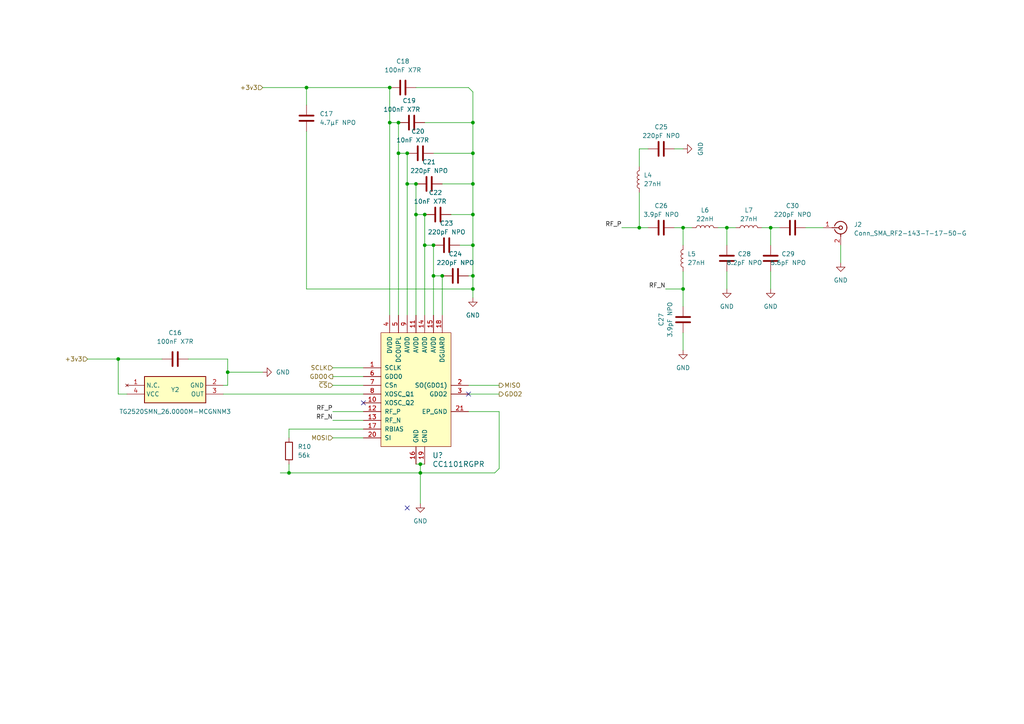
<source format=kicad_sch>
(kicad_sch (version 20230121) (generator eeschema)
  (paper "A4")
  (lib_symbols
    (symbol "Device:C" (pin_numbers hide) (pin_names (offset 0.254))
      (property "Reference" "C" (at 0.635 2.54 0))
      (property "Value" "C" (at 0.635 -2.54 0))
      (symbol "C_0_1"
        (polyline (pts (xy -2.032 -0.762) (xy 2.032 -0.762)) (stroke (width 0.508)))
        (polyline (pts (xy -2.032 0.762) (xy 2.032 0.762)) (stroke (width 0.508)))
      )
      (symbol "C_1_1"
        (pin passive line (at 0 3.81 270) (length 2.794) (name "~") (number "1"))
        (pin passive line (at 0 -3.81 90) (length 2.794) (name "~") (number "2"))
      )
    )
    (symbol "Device:L" (pin_numbers hide) (pin_names (offset 1.016) hide)
      (property "Reference" "L" (at -1.27 0 90))
      (property "Value" "L" (at 1.905 0 90))
      (symbol "L_0_1"
        (arc (start 0 -2.54) (mid 0.6323 -1.905) (end 0 -1.27))
        (arc (start 0 -1.27) (mid 0.6323 -0.635) (end 0 0))
        (arc (start 0 0) (mid 0.6323 0.635) (end 0 1.27))
        (arc (start 0 1.27) (mid 0.6323 1.905) (end 0 2.54))
      )
      (symbol "L_1_1"
        (pin passive line (at 0 3.81 270) (length 1.27) (name "1") (number "1"))
        (pin passive line (at 0 -3.81 90) (length 1.27) (name "2") (number "2"))
      )
    )
    (symbol "Device:R" (pin_numbers hide) (pin_names (offset 0))
      (property "Reference" "R" (at 2.032 0 90))
      (property "Value" "R" (at 0 0 90))
      (symbol "R_0_1"
        (rectangle (start -1.016 -2.54) (end 1.016 2.54) (stroke (width 0.254)))
      )
      (symbol "R_1_1"
        (pin passive line (at 0 3.81 270) (length 1.27) (name "~") (number "1"))
        (pin passive line (at 0 -3.81 90) (length 1.27) (name "~") (number "2"))
      )
    )
    (symbol "Downloads:Conn_SMA_RF2-143-T-17-50-G" (pin_names hide)
      (property "Reference" "J" (at 20.32 0 0))
      (property "Value" "Conn_SMA_RF2-143-T-17-50-G" (at 20.32 -2.54 0))
      (symbol "Conn_SMA_RF2-143-T-17-50-G_1_1"
        (polyline (pts (xy 2.54 0) (xy 4.572 0)) (stroke (width 0.254)))
        (polyline (pts (xy 5.08 -2.54) (xy 5.08 -1.778)) (stroke (width 0.254)))
        (arc (start 3.302 -0.508) (mid 5.302 -1.808) (end 6.858 0) (stroke (width 0.254)))
        (circle (center 5.08 0) (radius 0.508) (stroke (width 0.254)))
        (arc (start 6.858 0) (mid 5.302 1.8083) (end 3.302 0.508) (stroke (width 0.254)))
        (pin passive line (at 0 0 0) (length 2.54) (name "1") (number "1"))
        (pin passive line (at 5.08 -5.08 90) (length 2.54) (name "2") (number "2"))
      )
    )
    (symbol "Downloads:TG2520SMN_26.0000M-MCGNNM3"
      (property "Reference" "Y" (at 24.13 7.62 0))
      (property "Value" "TG2520SMN_26.0000M-MCGNNM3" (at 24.13 5.08 0))
      (symbol "TG2520SMN_26.0000M-MCGNNM3_1_1"
        (rectangle (start 5.08 2.54) (end 22.86 -5.08) (stroke (width 0.254)) (fill (type background)))
        (pin no_connect line (at 0 -2.54 0) (length 5.08) (name "N.C.") (number "1"))
        (pin passive line (at 27.94 -2.54 180) (length 5.08) (name "GND") (number "2"))
        (pin passive line (at 27.94 0 180) (length 5.08) (name "OUT") (number "3"))
        (pin passive line (at 0 0 0) (length 5.08) (name "VCC") (number "4"))
      )
    )
    (symbol "dk_RF-Transceiver-ICs:CC1101RGPR" (pin_names (offset 1.016))
      (property "Reference" "U" (at -12.7 11.43 0))
      (property "Value" "CC1101RGPR" (at 15.24 -27.94 0))
      (symbol "CC1101RGPR_0_1"
        (rectangle (start -10.16 12.7) (end 10.16 -20.32) (fill (type background)))
      )
      (symbol "CC1101RGPR_1_1"
        (pin input line (at -15.24 2.54 0) (length 5.08) (name "SCLK") (number "1"))
        (pin bidirectional line (at -15.24 -7.62 0) (length 5.08) (name "XOSC_Q2") (number "10"))
        (pin power_in line (at 0 17.78 270) (length 5.08) (name "AVDD") (number "11"))
        (pin bidirectional line (at -15.24 -10.16 0) (length 5.08) (name "RF_P") (number "12"))
        (pin bidirectional line (at -15.24 -12.7 0) (length 5.08) (name "RF_N") (number "13"))
        (pin power_in line (at 2.54 17.78 270) (length 5.08) (name "AVDD") (number "14"))
        (pin power_in line (at 5.08 17.78 270) (length 5.08) (name "AVDD") (number "15"))
        (pin power_in line (at 0 -25.4 90) (length 5.08) (name "GND") (number "16"))
        (pin bidirectional line (at -15.24 -15.24 0) (length 5.08) (name "RBIAS") (number "17"))
        (pin power_in line (at 7.62 17.78 270) (length 5.08) (name "DGUARD") (number "18"))
        (pin power_in line (at 2.54 -25.4 90) (length 5.08) (name "GND") (number "19"))
        (pin output line (at 15.24 -2.54 180) (length 5.08) (name "SO(GDO1)") (number "2"))
        (pin input line (at -15.24 -17.78 0) (length 5.08) (name "SI") (number "20"))
        (pin power_in line (at 15.24 -10.16 180) (length 5.08) (name "EP_GND") (number "21"))
        (pin output line (at 15.24 -5.08 180) (length 5.08) (name "GDO2") (number "3"))
        (pin power_in line (at -7.62 17.78 270) (length 5.08) (name "DVDD") (number "4"))
        (pin power_in line (at -5.08 17.78 270) (length 5.08) (name "DCOUPL") (number "5"))
        (pin bidirectional line (at -15.24 0 0) (length 5.08) (name "GDO0") (number "6"))
        (pin input line (at -15.24 -2.54 0) (length 5.08) (name "CSn") (number "7"))
        (pin bidirectional line (at -15.24 -5.08 0) (length 5.08) (name "XOSC_Q1") (number "8"))
        (pin power_in line (at -2.54 17.78 270) (length 5.08) (name "AVDD") (number "9"))
      )
    )
    (symbol "power:GND" (power) (pin_names (offset 0))
      (property "Value" "GND" (at 0 -3.81 0))
      (symbol "GND_0_1"
        (polyline (pts (xy 0 0) (xy 0 -1.27) (xy 1.27 -1.27) (xy 0 -2.54) (xy -1.27 -1.27) (xy 0 -1.27)))
      )
      (symbol "GND_1_1"
        (pin power_in line (at 0 0 270) (length 0) hide (name "GND") (number "1"))
      )
    )
  )
  (junction (at 121.92 134.62))
  (junction (at 34.29 104.14))
  (junction (at 198.12 83.82))
  (junction (at 118.11 44.45))
  (junction (at 137.16 53.34))
  (junction (at 198.12 66.04))
  (junction (at 137.16 83.82))
  (junction (at 137.16 35.56))
  (junction (at 128.27 80.01))
  (junction (at 88.9 25.4))
  (junction (at 115.57 44.45))
  (junction (at 83.82 137.16))
  (junction (at 185.42 66.04))
  (junction (at 125.73 80.01))
  (junction (at 120.65 53.34))
  (junction (at 123.19 71.12))
  (junction (at 66.04 107.95))
  (junction (at 118.11 53.34))
  (junction (at 123.19 62.23))
  (junction (at 137.16 80.01))
  (junction (at 125.73 71.12))
  (junction (at 113.03 35.56))
  (junction (at 120.65 62.23))
  (junction (at 223.52 66.04))
  (junction (at 121.92 137.16))
  (junction (at 137.16 62.23))
  (junction (at 137.16 71.12))
  (junction (at 113.03 25.4))
  (junction (at 115.57 35.56))
  (junction (at 210.82 66.04))
  (junction (at 137.16 44.45))
  (no_connect (at 105.41 116.84))
  (no_connect (at 118.11 147.32))
  (no_connect (at 135.89 114.3))
  (wire (pts (xy 223.52 66.04) (xy 223.52 71.12)))
  (wire (pts (xy 125.73 80.01) (xy 125.73 91.44)))
  (wire (pts (xy 66.04 107.95) (xy 76.2 107.95)))
  (wire (pts (xy 198.12 66.04) (xy 200.66 66.04)))
  (wire (pts (xy 88.9 25.4) (xy 113.03 25.4)))
  (wire (pts (xy 121.92 134.62) (xy 121.92 137.16)))
  (wire (pts (xy 210.82 78.74) (xy 210.82 83.82)))
  (wire (pts (xy 185.42 43.18) (xy 187.96 43.18)))
  (wire (pts (xy 195.58 66.04) (xy 198.12 66.04)))
  (wire (pts (xy 243.84 71.12) (xy 243.84 76.2)))
  (wire (pts (xy 123.19 35.56) (xy 137.16 35.56)))
  (wire (pts (xy 120.65 62.23) (xy 120.65 91.44)))
  (wire (pts (xy 76.2 25.4) (xy 88.9 25.4)))
  (wire (pts (xy 96.52 111.76) (xy 105.41 111.76)))
  (wire (pts (xy 180.34 66.04) (xy 185.42 66.04)))
  (wire (pts (xy 120.65 134.62) (xy 121.92 134.62)))
  (wire (pts (xy 115.57 44.45) (xy 118.11 44.45)))
  (wire (pts (xy 34.29 104.14) (xy 34.29 114.3)))
  (wire (pts (xy 223.52 66.04) (xy 226.06 66.04)))
  (wire (pts (xy 144.78 119.38) (xy 144.78 135.89)))
  (wire (pts (xy 220.98 66.04) (xy 223.52 66.04)))
  (wire (pts (xy 233.68 66.04) (xy 238.76 66.04)))
  (wire (pts (xy 195.58 43.18) (xy 198.12 43.18)))
  (wire (pts (xy 210.82 66.04) (xy 210.82 71.12)))
  (wire (pts (xy 88.9 25.4) (xy 88.9 30.48)))
  (wire (pts (xy 137.16 44.45) (xy 137.16 53.34)))
  (wire (pts (xy 128.27 53.34) (xy 137.16 53.34)))
  (wire (pts (xy 198.12 96.52) (xy 198.12 101.6)))
  (wire (pts (xy 64.77 114.3) (xy 105.41 114.3)))
  (wire (pts (xy 123.19 71.12) (xy 125.73 71.12)))
  (wire (pts (xy 54.61 104.14) (xy 66.04 104.14)))
  (wire (pts (xy 96.52 127) (xy 105.41 127)))
  (wire (pts (xy 198.12 83.82) (xy 198.12 88.9)))
  (wire (pts (xy 81.28 137.16) (xy 83.82 137.16)))
  (wire (pts (xy 120.65 53.34) (xy 120.65 62.23)))
  (wire (pts (xy 64.77 111.76) (xy 66.04 111.76)))
  (wire (pts (xy 115.57 35.56) (xy 115.57 44.45)))
  (wire (pts (xy 113.03 35.56) (xy 113.03 91.44)))
  (wire (pts (xy 118.11 44.45) (xy 118.11 53.34)))
  (wire (pts (xy 125.73 80.01) (xy 128.27 80.01)))
  (wire (pts (xy 198.12 78.74) (xy 198.12 83.82)))
  (wire (pts (xy 96.52 109.22) (xy 105.41 109.22)))
  (wire (pts (xy 208.28 66.04) (xy 210.82 66.04)))
  (wire (pts (xy 46.99 104.14) (xy 34.29 104.14)))
  (wire (pts (xy 83.82 137.16) (xy 121.92 137.16)))
  (wire (pts (xy 130.81 62.23) (xy 137.16 62.23)))
  (wire (pts (xy 137.16 35.56) (xy 137.16 44.45)))
  (wire (pts (xy 125.73 71.12) (xy 125.73 80.01)))
  (wire (pts (xy 118.11 53.34) (xy 118.11 91.44)))
  (wire (pts (xy 198.12 66.04) (xy 198.12 71.12)))
  (wire (pts (xy 96.52 121.92) (xy 105.41 121.92)))
  (wire (pts (xy 128.27 80.01) (xy 128.27 91.44)))
  (wire (pts (xy 133.35 71.12) (xy 137.16 71.12)))
  (wire (pts (xy 34.29 114.3) (xy 36.83 114.3)))
  (wire (pts (xy 83.82 124.46) (xy 83.82 127)))
  (wire (pts (xy 223.52 78.74) (xy 223.52 83.82)))
  (wire (pts (xy 83.82 124.46) (xy 105.41 124.46)))
  (wire (pts (xy 135.89 111.76) (xy 144.78 111.76)))
  (wire (pts (xy 66.04 104.14) (xy 66.04 107.95)))
  (wire (pts (xy 137.16 26.67) (xy 137.16 35.56)))
  (wire (pts (xy 113.03 35.56) (xy 115.57 35.56)))
  (wire (pts (xy 135.89 119.38) (xy 144.78 119.38)))
  (wire (pts (xy 120.65 25.4) (xy 135.89 25.4)))
  (wire (pts (xy 137.16 80.01) (xy 137.16 83.82)))
  (wire (pts (xy 96.52 106.68) (xy 105.41 106.68)))
  (wire (pts (xy 135.89 114.3) (xy 144.78 114.3)))
  (wire (pts (xy 144.78 135.89) (xy 143.51 137.16)))
  (wire (pts (xy 66.04 107.95) (xy 66.04 111.76)))
  (wire (pts (xy 118.11 53.34) (xy 120.65 53.34)))
  (wire (pts (xy 121.92 134.62) (xy 123.19 134.62)))
  (wire (pts (xy 121.92 137.16) (xy 121.92 146.05)))
  (wire (pts (xy 137.16 53.34) (xy 137.16 62.23)))
  (wire (pts (xy 115.57 44.45) (xy 115.57 91.44)))
  (wire (pts (xy 88.9 83.82) (xy 137.16 83.82)))
  (wire (pts (xy 137.16 62.23) (xy 137.16 71.12)))
  (wire (pts (xy 193.04 83.82) (xy 198.12 83.82)))
  (wire (pts (xy 96.52 119.38) (xy 105.41 119.38)))
  (wire (pts (xy 135.89 80.01) (xy 137.16 80.01)))
  (wire (pts (xy 123.19 71.12) (xy 123.19 91.44)))
  (wire (pts (xy 83.82 134.62) (xy 83.82 137.16)))
  (wire (pts (xy 121.92 137.16) (xy 143.51 137.16)))
  (wire (pts (xy 185.42 66.04) (xy 187.96 66.04)))
  (wire (pts (xy 210.82 66.04) (xy 213.36 66.04)))
  (wire (pts (xy 137.16 83.82) (xy 137.16 86.36)))
  (wire (pts (xy 123.19 62.23) (xy 123.19 71.12)))
  (wire (pts (xy 88.9 38.1) (xy 88.9 83.82)))
  (wire (pts (xy 120.65 62.23) (xy 123.19 62.23)))
  (wire (pts (xy 185.42 43.18) (xy 185.42 48.26)))
  (wire (pts (xy 137.16 71.12) (xy 137.16 80.01)))
  (wire (pts (xy 113.03 25.4) (xy 113.03 35.56)))
  (wire (pts (xy 185.42 55.88) (xy 185.42 66.04)))
  (wire (pts (xy 135.89 25.4) (xy 137.16 26.67)))
  (wire (pts (xy 125.73 44.45) (xy 137.16 44.45)))
  (wire (pts (xy 25.4 104.14) (xy 34.29 104.14)))
  (label "RF_P" (at 96.52 119.38 180))
  (label "RF_N" (at 193.04 83.82 180))
  (label "RF_N" (at 96.52 121.92 180))
  (label "RF_P" (at 180.34 66.04 180))
  (hierarchical_label "~{CS}" (shape input) (at 96.52 111.76 180))
  (hierarchical_label "GDO2" (shape output) (at 144.78 114.3 0))
  (hierarchical_label "+3v3" (shape input) (at 25.4 104.14 180))
  (hierarchical_label "+3v3" (shape input) (at 76.2 25.4 180))
  (hierarchical_label "GDO0" (shape output) (at 96.52 109.22 180))
  (hierarchical_label "MOSI" (shape input) (at 96.52 127 180))
  (hierarchical_label "SCLK" (shape input) (at 96.52 106.68 180))
  (hierarchical_label "MISO" (shape output) (at 144.78 111.76 0))
  (symbol (lib_id "Device:C") (at 223.52 74.93 0) (unit 1)
    (property "Reference" "C29" (at 228.6 73.66 0))
    (property "Value" "5.6pF NPO" (at 228.6 76.2 0))
    (property "Footprint" "Capacitor_SMD:C_0402_1005Metric" (effects hide))
  )
  (symbol (lib_id "power:GND") (at 223.52 83.82 0) (unit 1)
    (property "Reference" "#PWR017" (effects hide))
    (property "Value" "GND" (at 223.52 88.9 0))
  )
  (symbol (lib_id "Device:L") (at 217.17 66.04 90) (unit 1)
    (property "Reference" "L7" (at 217.17 60.96 90))
    (property "Value" "27nH" (at 217.17 63.5 90))
    (property "Footprint" "Inductor_SMD:L_0402_1005Metric" (effects hide))
  )
  (symbol (lib_id "Device:L") (at 204.47 66.04 90) (unit 1)
    (property "Reference" "L6" (at 204.47 60.96 90))
    (property "Value" "22nH" (at 204.47 63.5 90))
    (property "Footprint" "Inductor_SMD:L_0402_1005Metric" (effects hide))
  )
  (symbol (lib_id "Downloads:Conn_SMA_RF2-143-T-17-50-G") (at 238.76 66.04 0) (unit 1)
    (property "Reference" "J2" (at 247.65 65.1267 0) (effects (justify left)))
    (property "Value" "Conn_SMA_RF2-143-T-17-50-G" (at 247.65 67.6667 0) (effects (justify left)))
    (property "Footprint" "Downloads:RF_SMA_BoardEdge_RF2-143-T-17-50-G" (effects hide))
    (property "Datasheet" "https://www.tme.eu/Document/613028b507cfc72671e78c1d2ad14b1d/RF2-154-T-17-50-G.pdf" (effects hide))
    (property "MPN" "RF2-143-T-17-50-G" (effects hide))
    (property "Manufacturer" "Adam Tech" (effects hide))
    (property "Author" "Antmicro" (effects hide))
    (property "License" "Apache-2.0" (effects hide))
  )
  (symbol (lib_id "power:GND") (at 210.82 83.82 0) (unit 1)
    (property "Reference" "#PWR016" (effects hide))
    (property "Value" "GND" (at 210.82 88.9 0))
  )
  (symbol (lib_id "Device:C") (at 191.77 66.04 90) (unit 1)
    (property "Reference" "C26" (at 191.77 59.69 90))
    (property "Value" "3.9pF NPO" (at 191.77 62.23 90))
    (property "Footprint" "Capacitor_SMD:C_0402_1005Metric" (effects hide))
  )
  (symbol (lib_id "Device:C") (at 198.12 92.71 180) (unit 1)
    (property "Reference" "C27" (at 191.77 92.71 90))
    (property "Value" "3.9pF NPO" (at 194.31 92.71 90))
    (property "Footprint" "Capacitor_SMD:C_0402_1005Metric" (effects hide))
  )
  (symbol (lib_id "Device:C") (at 229.87 66.04 90) (unit 1)
    (property "Reference" "C30" (at 229.87 59.69 90))
    (property "Value" "220pF NPO" (at 229.87 62.23 90))
    (property "Footprint" "Capacitor_SMD:C_0402_1005Metric" (effects hide))
  )
  (symbol (lib_id "Downloads:TG2520SMN_26.0000M-MCGNNM3") (at 36.83 114.3 0) (mirror x) (unit 1)
    (property "Reference" "Y2" (at 50.8 113.03 0))
    (property "Value" "TG2520SMN_26.0000M-MCGNNM3" (at 50.8 119.38 0))
    (property "Footprint" "Downloads:TG2520SMN160000MMCGNNM3" (effects hide))
    (property "Datasheet" "https://support.epson.biz/td/api/doc_check.php?dl=brief_TG2520SMN&lang=en" (effects hide))
    (property "Height" "0.8" (effects hide))
    (property "Manufacturer_Name" "Epson Timing" (effects hide))
    (property "Manufacturer_Part_Number" "TG2520SMN 26.0000M-MCGNNM3" (effects hide))
    (property "Mouser Part Number" "732-MN26M-MCGNNM3" (effects hide))
    (property "Mouser Price/Stock" "https://nl.mouser.com/ProductDetail/Epson-Timing/TG2520SMN-26.0000M-MCGNNM3?qs=%252B6g0mu59x7Iqwkgd1sVNJA%3D%3D" (effects hide))
  )
  (symbol (lib_id "Device:R") (at 83.82 130.81 0) (unit 1)
    (property "Reference" "R10" (at 86.36 129.54 0) (effects (justify left)))
    (property "Value" "56k" (at 86.36 132.08 0) (effects (justify left)))
    (property "Footprint" "Resistor_SMD:R_0402_1005Metric" (effects hide))
  )
  (symbol (lib_id "Device:C") (at 50.8 104.14 90) (unit 1)
    (property "Reference" "C16" (at 50.8 96.52 90))
    (property "Value" "100nF X7R" (at 50.8 99.06 90))
    (property "Footprint" "Capacitor_SMD:C_0402_1005Metric" (effects hide))
  )
  (symbol (lib_id "Device:C") (at 116.84 25.4 90) (unit 1)
    (property "Reference" "C18" (at 116.84 17.78 90))
    (property "Value" "100nF X7R" (at 116.84 20.32 90))
    (property "Footprint" "Capacitor_SMD:C_0402_1005Metric" (effects hide))
  )
  (symbol (lib_id "power:GND") (at 243.84 76.2 0) (unit 1)
    (property "Reference" "#PWR018" (effects hide))
    (property "Value" "GND" (at 243.84 81.28 0))
  )
  (symbol (lib_id "power:GND") (at 137.16 86.36 0) (unit 1)
    (property "Reference" "#PWR013" (effects hide))
    (property "Value" "GND" (at 137.16 91.44 0))
  )
  (symbol (lib_id "Device:C") (at 191.77 43.18 90) (unit 1)
    (property "Reference" "C25" (at 191.77 36.83 90))
    (property "Value" "220pF NPO" (at 191.77 39.37 90))
    (property "Footprint" "Capacitor_SMD:C_0402_1005Metric" (effects hide))
  )
  (symbol (lib_id "Device:C") (at 88.9 34.29 180) (unit 1)
    (property "Reference" "C17" (at 92.71 33.02 0) (effects (justify right)))
    (property "Value" "4.7µF NPO" (at 92.71 35.56 0) (effects (justify right)))
    (property "Footprint" "Capacitor_SMD:C_0402_1005Metric" (effects hide))
  )
  (symbol (lib_id "Device:C") (at 127 62.23 90) (unit 1)
    (property "Reference" "C22" (at 128.27 55.88 90) (effects (justify left)))
    (property "Value" "10nF X7R" (at 129.54 58.42 90) (effects (justify left)))
    (property "Footprint" "Capacitor_SMD:C_0402_1005Metric" (effects hide))
  )
  (symbol (lib_id "Device:C") (at 129.54 71.12 90) (unit 1)
    (property "Reference" "C23" (at 129.54 64.77 90))
    (property "Value" "220pF NPO" (at 129.54 67.31 90))
    (property "Footprint" "Capacitor_SMD:C_0402_1005Metric" (effects hide))
  )
  (symbol (lib_id "Device:L") (at 198.12 74.93 180) (unit 1)
    (property "Reference" "L5" (at 199.39 73.66 0) (effects (justify right)))
    (property "Value" "27nH" (at 199.39 76.2 0) (effects (justify right)))
    (property "Footprint" "Inductor_SMD:L_0402_1005Metric" (effects hide))
  )
  (symbol (lib_id "Device:C") (at 119.38 35.56 90) (unit 1)
    (property "Reference" "C19" (at 120.65 29.21 90) (effects (justify left)))
    (property "Value" "100nF X7R" (at 121.92 31.75 90) (effects (justify left)))
    (property "Footprint" "Capacitor_SMD:C_0402_1005Metric" (effects hide))
  )
  (symbol (lib_id "power:GND") (at 121.92 146.05 0) (unit 1)
    (property "Reference" "#PWR012" (effects hide))
    (property "Value" "GND" (at 121.92 151.13 0))
  )
  (symbol (lib_id "power:GND") (at 76.2 107.95 90) (unit 1)
    (property "Reference" "#PWR011" (effects hide))
    (property "Value" "GND" (at 80.01 107.95 90) (effects (justify right)))
  )
  (symbol (lib_id "Device:L") (at 185.42 52.07 180) (unit 1)
    (property "Reference" "L4" (at 186.69 50.8 0) (effects (justify right)))
    (property "Value" "27nH" (at 186.69 53.34 0) (effects (justify right)))
    (property "Footprint" "Inductor_SMD:L_0402_1005Metric" (effects hide))
  )
  (symbol (lib_id "dk_RF-Transceiver-ICs:CC1101RGPR") (at 120.65 109.22 0) (unit 1)
    (property "Reference" "U?" (at 125.3841 132.08 0) (effects (font (size 1.524 1.524)) (justify left)))
    (property "Value" "CC1101RGPR" (at 125.3841 134.62 0) (effects (font (size 1.524 1.524)) (justify left)))
    (property "Footprint" "digikey-footprints:QFN-20-1EP_4x4mm_RevA" (effects hide))
    (property "Datasheet" "http://www.ti.com/general/docs/suppproductinfo.tsp?distId=10&gotoUrl=http%3A%2F%2Fwww.ti.com%2Flit%2Fgpn%2Fcc1101" (effects hide))
    (property "Digi-Key_PN" "296-35718-1-ND" (effects hide))
    (property "MPN" "CC1101RGPR" (effects hide))
    (property "Category" "RF/IF and RFID" (effects hide))
    (property "Family" "RF Transceiver ICs" (effects hide))
    (property "DK_Datasheet_Link" "http://www.ti.com/general/docs/suppproductinfo.tsp?distId=10&gotoUrl=http%3A%2F%2Fwww.ti.com%2Flit%2Fgpn%2Fcc1101" (effects hide))
    (property "DK_Detail_Page" "/product-detail/en/texas-instruments/CC1101RGPR/296-35718-1-ND/3947329" (effects hide))
    (property "Description" "IC RF TXRX ISM<1GHZ 20VFQFN" (effects hide))
    (property "Manufacturer" "Texas Instruments" (effects hide))
    (property "Status" "Active" (effects hide))
    (instances (project "FlipperRP2040_DevBoard" (path "" (reference "U?") (unit 1)) (path "" (reference "U6") (unit 1))))
  )
  (symbol (lib_id "Device:C") (at 121.92 44.45 90) (unit 1)
    (property "Reference" "C20" (at 123.19 38.1 90) (effects (justify left)))
    (property "Value" "10nF X7R" (at 124.46 40.64 90) (effects (justify left)))
    (property "Footprint" "Capacitor_SMD:C_0402_1005Metric" (effects hide))
  )
  (symbol (lib_id "power:GND") (at 198.12 43.18 90) (unit 1)
    (property "Reference" "#PWR014" (effects hide))
    (property "Value" "GND" (at 203.2 43.18 0))
  )
  (symbol (lib_id "Device:C") (at 210.82 74.93 180) (unit 1)
    (property "Reference" "C28" (at 215.9 73.66 0))
    (property "Value" "8.2pF NPO" (at 215.9 76.2 0))
    (property "Footprint" "Capacitor_SMD:C_0402_1005Metric" (effects hide))
  )
  (symbol (lib_id "power:GND") (at 198.12 101.6 0) (unit 1)
    (property "Reference" "#PWR015" (effects hide))
    (property "Value" "GND" (at 198.12 106.68 0))
  )
  (symbol (lib_id "Device:C") (at 124.46 53.34 90) (unit 1)
    (property "Reference" "C21" (at 124.46 46.99 90))
    (property "Value" "220pF NPO" (at 124.46 49.53 90))
    (property "Footprint" "Capacitor_SMD:C_0402_1005Metric" (effects hide))
  )
  (symbol (lib_id "Device:C") (at 132.08 80.01 90) (unit 1)
    (property "Reference" "C24" (at 132.08 73.66 90))
    (property "Value" "220pF NPO" (at 132.08 76.2 90))
    (property "Footprint" "Capacitor_SMD:C_0402_1005Metric" (effects hide))
  )
)
</source>
